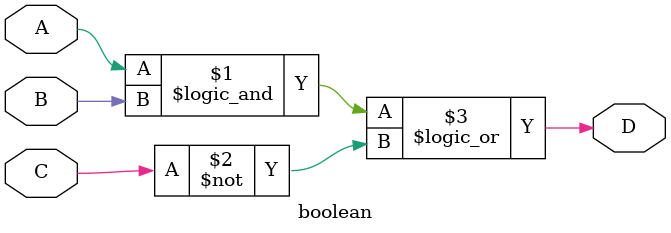
<source format=v>
module boolean(D,A,B,C);
    output D;
    input A,B,C;
    assign D = (A&&B)||(~C);
endmodule 

</source>
